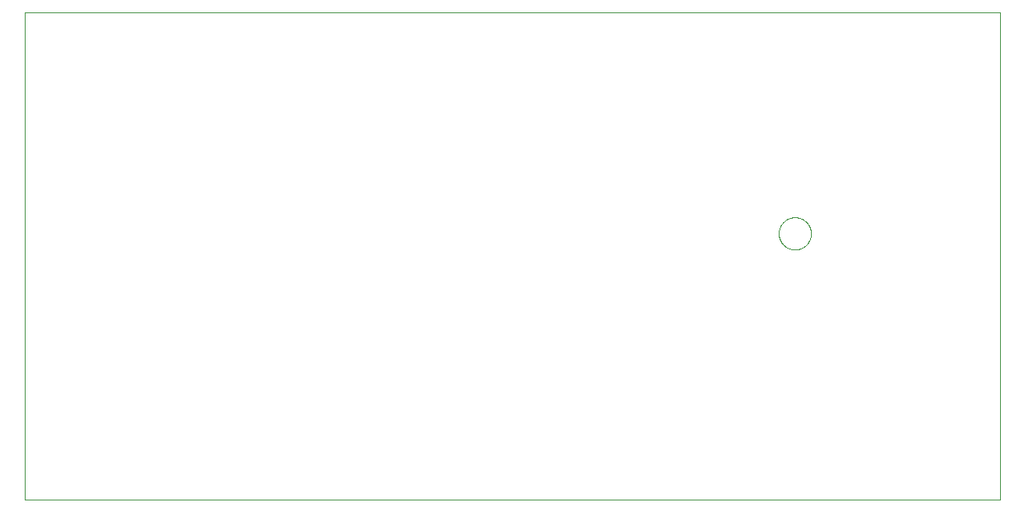
<source format=gbo>
G75*
%MOIN*%
%OFA0B0*%
%FSLAX25Y25*%
%IPPOS*%
%LPD*%
%AMOC8*
5,1,8,0,0,1.08239X$1,22.5*
%
%ADD10C,0.00000*%
D10*
X0002000Y0002000D02*
X0002000Y0198850D01*
X0395701Y0198850D01*
X0395701Y0002000D01*
X0002000Y0002000D01*
X0306500Y0109500D02*
X0306502Y0109661D01*
X0306508Y0109821D01*
X0306518Y0109982D01*
X0306532Y0110142D01*
X0306550Y0110302D01*
X0306571Y0110461D01*
X0306597Y0110620D01*
X0306627Y0110778D01*
X0306660Y0110935D01*
X0306698Y0111092D01*
X0306739Y0111247D01*
X0306784Y0111401D01*
X0306833Y0111554D01*
X0306886Y0111706D01*
X0306942Y0111857D01*
X0307003Y0112006D01*
X0307066Y0112154D01*
X0307134Y0112300D01*
X0307205Y0112444D01*
X0307279Y0112586D01*
X0307357Y0112727D01*
X0307439Y0112865D01*
X0307524Y0113002D01*
X0307612Y0113136D01*
X0307704Y0113268D01*
X0307799Y0113398D01*
X0307897Y0113526D01*
X0307998Y0113651D01*
X0308102Y0113773D01*
X0308209Y0113893D01*
X0308319Y0114010D01*
X0308432Y0114125D01*
X0308548Y0114236D01*
X0308667Y0114345D01*
X0308788Y0114450D01*
X0308912Y0114553D01*
X0309038Y0114653D01*
X0309166Y0114749D01*
X0309297Y0114842D01*
X0309431Y0114932D01*
X0309566Y0115019D01*
X0309704Y0115102D01*
X0309843Y0115182D01*
X0309985Y0115258D01*
X0310128Y0115331D01*
X0310273Y0115400D01*
X0310420Y0115466D01*
X0310568Y0115528D01*
X0310718Y0115586D01*
X0310869Y0115641D01*
X0311022Y0115692D01*
X0311176Y0115739D01*
X0311331Y0115782D01*
X0311487Y0115821D01*
X0311643Y0115857D01*
X0311801Y0115888D01*
X0311959Y0115916D01*
X0312118Y0115940D01*
X0312278Y0115960D01*
X0312438Y0115976D01*
X0312598Y0115988D01*
X0312759Y0115996D01*
X0312920Y0116000D01*
X0313080Y0116000D01*
X0313241Y0115996D01*
X0313402Y0115988D01*
X0313562Y0115976D01*
X0313722Y0115960D01*
X0313882Y0115940D01*
X0314041Y0115916D01*
X0314199Y0115888D01*
X0314357Y0115857D01*
X0314513Y0115821D01*
X0314669Y0115782D01*
X0314824Y0115739D01*
X0314978Y0115692D01*
X0315131Y0115641D01*
X0315282Y0115586D01*
X0315432Y0115528D01*
X0315580Y0115466D01*
X0315727Y0115400D01*
X0315872Y0115331D01*
X0316015Y0115258D01*
X0316157Y0115182D01*
X0316296Y0115102D01*
X0316434Y0115019D01*
X0316569Y0114932D01*
X0316703Y0114842D01*
X0316834Y0114749D01*
X0316962Y0114653D01*
X0317088Y0114553D01*
X0317212Y0114450D01*
X0317333Y0114345D01*
X0317452Y0114236D01*
X0317568Y0114125D01*
X0317681Y0114010D01*
X0317791Y0113893D01*
X0317898Y0113773D01*
X0318002Y0113651D01*
X0318103Y0113526D01*
X0318201Y0113398D01*
X0318296Y0113268D01*
X0318388Y0113136D01*
X0318476Y0113002D01*
X0318561Y0112865D01*
X0318643Y0112727D01*
X0318721Y0112586D01*
X0318795Y0112444D01*
X0318866Y0112300D01*
X0318934Y0112154D01*
X0318997Y0112006D01*
X0319058Y0111857D01*
X0319114Y0111706D01*
X0319167Y0111554D01*
X0319216Y0111401D01*
X0319261Y0111247D01*
X0319302Y0111092D01*
X0319340Y0110935D01*
X0319373Y0110778D01*
X0319403Y0110620D01*
X0319429Y0110461D01*
X0319450Y0110302D01*
X0319468Y0110142D01*
X0319482Y0109982D01*
X0319492Y0109821D01*
X0319498Y0109661D01*
X0319500Y0109500D01*
X0319498Y0109339D01*
X0319492Y0109179D01*
X0319482Y0109018D01*
X0319468Y0108858D01*
X0319450Y0108698D01*
X0319429Y0108539D01*
X0319403Y0108380D01*
X0319373Y0108222D01*
X0319340Y0108065D01*
X0319302Y0107908D01*
X0319261Y0107753D01*
X0319216Y0107599D01*
X0319167Y0107446D01*
X0319114Y0107294D01*
X0319058Y0107143D01*
X0318997Y0106994D01*
X0318934Y0106846D01*
X0318866Y0106700D01*
X0318795Y0106556D01*
X0318721Y0106414D01*
X0318643Y0106273D01*
X0318561Y0106135D01*
X0318476Y0105998D01*
X0318388Y0105864D01*
X0318296Y0105732D01*
X0318201Y0105602D01*
X0318103Y0105474D01*
X0318002Y0105349D01*
X0317898Y0105227D01*
X0317791Y0105107D01*
X0317681Y0104990D01*
X0317568Y0104875D01*
X0317452Y0104764D01*
X0317333Y0104655D01*
X0317212Y0104550D01*
X0317088Y0104447D01*
X0316962Y0104347D01*
X0316834Y0104251D01*
X0316703Y0104158D01*
X0316569Y0104068D01*
X0316434Y0103981D01*
X0316296Y0103898D01*
X0316157Y0103818D01*
X0316015Y0103742D01*
X0315872Y0103669D01*
X0315727Y0103600D01*
X0315580Y0103534D01*
X0315432Y0103472D01*
X0315282Y0103414D01*
X0315131Y0103359D01*
X0314978Y0103308D01*
X0314824Y0103261D01*
X0314669Y0103218D01*
X0314513Y0103179D01*
X0314357Y0103143D01*
X0314199Y0103112D01*
X0314041Y0103084D01*
X0313882Y0103060D01*
X0313722Y0103040D01*
X0313562Y0103024D01*
X0313402Y0103012D01*
X0313241Y0103004D01*
X0313080Y0103000D01*
X0312920Y0103000D01*
X0312759Y0103004D01*
X0312598Y0103012D01*
X0312438Y0103024D01*
X0312278Y0103040D01*
X0312118Y0103060D01*
X0311959Y0103084D01*
X0311801Y0103112D01*
X0311643Y0103143D01*
X0311487Y0103179D01*
X0311331Y0103218D01*
X0311176Y0103261D01*
X0311022Y0103308D01*
X0310869Y0103359D01*
X0310718Y0103414D01*
X0310568Y0103472D01*
X0310420Y0103534D01*
X0310273Y0103600D01*
X0310128Y0103669D01*
X0309985Y0103742D01*
X0309843Y0103818D01*
X0309704Y0103898D01*
X0309566Y0103981D01*
X0309431Y0104068D01*
X0309297Y0104158D01*
X0309166Y0104251D01*
X0309038Y0104347D01*
X0308912Y0104447D01*
X0308788Y0104550D01*
X0308667Y0104655D01*
X0308548Y0104764D01*
X0308432Y0104875D01*
X0308319Y0104990D01*
X0308209Y0105107D01*
X0308102Y0105227D01*
X0307998Y0105349D01*
X0307897Y0105474D01*
X0307799Y0105602D01*
X0307704Y0105732D01*
X0307612Y0105864D01*
X0307524Y0105998D01*
X0307439Y0106135D01*
X0307357Y0106273D01*
X0307279Y0106414D01*
X0307205Y0106556D01*
X0307134Y0106700D01*
X0307066Y0106846D01*
X0307003Y0106994D01*
X0306942Y0107143D01*
X0306886Y0107294D01*
X0306833Y0107446D01*
X0306784Y0107599D01*
X0306739Y0107753D01*
X0306698Y0107908D01*
X0306660Y0108065D01*
X0306627Y0108222D01*
X0306597Y0108380D01*
X0306571Y0108539D01*
X0306550Y0108698D01*
X0306532Y0108858D01*
X0306518Y0109018D01*
X0306508Y0109179D01*
X0306502Y0109339D01*
X0306500Y0109500D01*
M02*

</source>
